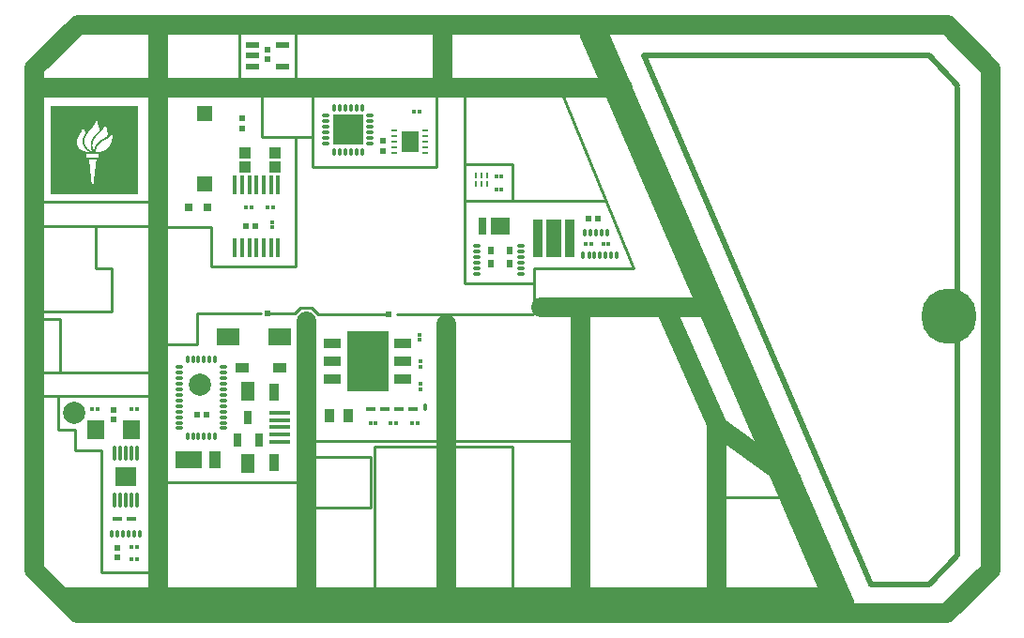
<source format=gtl>
G04 Layer: TopLayer*
G04 EasyEDA Pro v2.1.49.1, 2024-02-28 13:49:17*
G04 Gerber Generator version 0.3*
G04 Scale: 100 percent, Rotated: No, Reflected: No*
G04 Dimensions in millimeters*
G04 Leading zeros omitted, absolute positions, 3 integers and 5 decimals*
%FSLAX35Y35*%
%MOMM*%
%AMOval*1,1,$1,$2,$3*1,1,$1,$4,$5*20,1,$1,$2,$3,$4,$5,0*%
%ADD10C,1.75*%
%ADD11C,2.5*%
%ADD12C,0.5*%
%ADD13C,0.254*%
%ADD14C,0.245*%
%ADD15C,2.0*%
%ADD16C,5.0032*%
%ADD17C,4.99999*%
%ADD18Oval,0.28001X0.25999X0.0X-0.25999X0.0*%
%ADD19Oval,0.28001X0.0X-0.25999X0.0X0.25999*%
%ADD20O,0.28001X0.8*%
%ADD21O,0.8X0.28001*%
%ADD22R,0.56566X0.54*%
%ADD23R,0.54X0.56566*%
%ADD24R,0.30312X0.324*%
%ADD25R,1.4X1.4*%
%ADD26R,0.324X0.30312*%
%ADD27R,2.69999X2.69999*%
%ADD28R,1.48501X1.72799*%
%ADD29R,0.56566X0.54*%
%ADD30R,0.8X0.8*%
%ADD31R,0.4X1.7*%
%ADD32R,1.1X1.0*%
%ADD33R,0.62499X0.28001*%
%ADD34R,1.65001X1.95001*%
%ADD35R,1.9X1.7*%
%ADD36O,0.28001X1.48549*%
%ADD37R,0.25001X0.55001*%
%ADD38R,0.25001X0.55001*%
%ADD39R,1.55001X0.95001*%
%ADD40R,3.69999X5.41*%
%ADD41R,1.85001X0.4*%
%ADD42R,0.9X1.62499*%
%ADD43R,1.3X1.71501*%
%ADD44R,2.04638X1.62001*%
%ADD45R,1.2X0.95001*%
%ADD46R,0.5X0.6*%
%ADD47R,1.04999X1.5*%
%ADD48R,2.4X1.5*%
%ADD49R,0.7X1.25001*%
%ADD50R,0.93X0.35999*%
%ADD51R,0.9X1.3*%
%ADD52R,0.6X0.75001*%
%ADD53R,0.9X3.45001*%
%ADD54R,1.35001X3.45001*%
%ADD55R,1.75001X1.55001*%
%ADD56R,0.65001X1.55001*%
%ADD57R,1.2X0.5*%
%ADD58R,1.2X0.5*%
%ADD59C,0.6096*%
G75*


G04 Image Start*
G36*
G01X863600Y6477000D02*
G01X863600Y6145022D01*
G01X1096823D01*
G01Y6159703D01*
G01X1097128Y6162396D01*
G01X1097432Y6165037D01*
G01X1098042Y6169000D01*
G01X1098347Y6170574D01*
G01X1098601Y6172098D01*
G01X1098855Y6173267D01*
G01X1099109Y6174384D01*
G01X1100328Y6179464D01*
G01X1101141Y6182309D01*
G01X1102004Y6185103D01*
G01X1103020Y6187948D01*
G01X1103986Y6190336D01*
G01X1104900Y6192723D01*
G01X1106018Y6195162D01*
G01X1107084Y6197549D01*
G01X1108405Y6200089D01*
G01X1109320Y6201766D01*
G01X1110234Y6203493D01*
G01X1112774Y6207658D01*
G01X1113231Y6208522D01*
G01X1113739Y6209386D01*
G01X1115263Y6211926D01*
G01X1116736Y6214466D01*
G01X1117244Y6215380D01*
G01X1117803Y6216345D01*
G01X1118362Y6217361D01*
G01X1118972Y6218428D01*
G01X1120394Y6220968D01*
G01X1121461Y6222797D01*
G01X1122528Y6224676D01*
G01X1123340Y6226200D01*
G01X1124204Y6227775D01*
G01X1125271Y6229756D01*
G01X1126388Y6231738D01*
G01X1127862Y6234532D01*
G01X1129386Y6237376D01*
G01X1133551Y6245860D01*
G01X1137768Y6254293D01*
G01X1138784Y6256528D01*
G01X1139800Y6258712D01*
G01Y6258966D01*
G01X1140511Y6260440D01*
G01X1141171Y6261913D01*
G01X1142289Y6264453D01*
G01X1143762Y6268161D01*
G01X1145235Y6271819D01*
G01X1145743Y6273394D01*
G01X1146251Y6274918D01*
G01X1146658Y6276035D01*
G01X1147064Y6277204D01*
G01X1147674Y6279185D01*
G01X1148232Y6281115D01*
G01X1148537Y6282284D01*
G01X1148791Y6283401D01*
G01X1149401Y6285636D01*
G01X1149756Y6288989D01*
G01X1150112Y6292291D01*
G01X1150722D01*
G01X1152754Y6290158D01*
G01X1155497Y6285382D01*
G01X1158240Y6279845D01*
G01X1160932Y6274359D01*
G01X1161542Y6273038D01*
G01X1162101Y6271666D01*
G01X1162710Y6270396D01*
G01X1163269Y6269126D01*
G01X1163828Y6267907D01*
G01X1164336Y6266688D01*
G01X1165555Y6263640D01*
G01X1165911Y6262776D01*
G01X1166317Y6261913D01*
G01X1166876Y6260592D01*
G01X1167486Y6259271D01*
G01Y6258662D01*
G01X1167740Y6258204D01*
G01X1167994Y6257696D01*
G01X1169518Y6253734D01*
G01X1170330Y6251194D01*
G01X1170838Y6250076D01*
G01X1171092Y6249213D01*
G01X1171397Y6248400D01*
G01X1172616Y6244133D01*
G01X1172921Y6243269D01*
G01X1173175Y6242456D01*
G01X1173480Y6235649D01*
G01X1173124Y6234938D01*
G01X1172769Y6234278D01*
G01X1168603Y6227877D01*
G01Y6227572D01*
G01X1167790Y6226353D01*
G01X1166927Y6225134D01*
G01Y6224829D01*
G01X1165555Y6222492D01*
G01X1164234Y6220155D01*
G01X1162355Y6216345D01*
G01X1160475Y6212484D01*
G01X1159916Y6211214D01*
G01X1159307Y6209944D01*
G01X1158748Y6208370D01*
G01X1158138Y6206846D01*
G01X1157732Y6206033D01*
G01X1157376Y6205169D01*
G01X1156767Y6203544D01*
G01X1156208Y6201918D01*
G01X1155649Y6200445D01*
G01X1155141Y6198972D01*
G01X1154227Y6196127D01*
G01X1153363Y6193282D01*
G01X1152449Y6189929D01*
G01X1152246Y6188913D01*
G01X1151992Y6187948D01*
G01X1151382Y6185103D01*
G01X1151128Y6183630D01*
G01X1150823Y6182157D01*
G01X1150214Y6178906D01*
G01X1149960Y6176772D01*
G01X1149706Y6174689D01*
G01X1149401Y6170879D01*
G01X1149147Y6167120D01*
G01X1149045Y6159703D01*
G01X1149248Y6156706D01*
G01Y6156604D01*
G01X1164539D01*
G01Y6171540D01*
G01X1164895Y6173470D01*
G01X1165200Y6175350D01*
G01X1165504Y6177432D01*
G01X1165860Y6179464D01*
G01X1166063Y6180582D01*
G01X1166317Y6181700D01*
G01X1166927Y6184290D01*
G01X1167536Y6186830D01*
G01X1167740Y6187491D01*
G01X1167994Y6188202D01*
G01X1168603Y6190336D01*
G01X1169264Y6192469D01*
G01X1169467Y6193028D01*
G01X1169721Y6193587D01*
G01X1170534Y6196127D01*
G01X1171702Y6199073D01*
G01X1172921Y6202070D01*
G01X1173328Y6203036D01*
G01X1173785Y6204052D01*
G01X1176274Y6209132D01*
G01X1178763Y6214262D01*
G01X1180389Y6217056D01*
G01X1181964Y6219850D01*
G01X1183183Y6221832D01*
G01X1184351Y6223813D01*
G01X1186790Y6227775D01*
G01X1188212Y6229858D01*
G01X1189634Y6231992D01*
G01X1191311Y6234379D01*
G01X1193038Y6236818D01*
G01X1195832Y6240628D01*
G01X1198677Y6244438D01*
G01X1202639Y6249365D01*
G01X1206551Y6254293D01*
G01X1206754Y6254445D01*
G01X1206906Y6254598D01*
G01X1208430Y6256426D01*
G01X1210005Y6258255D01*
G01X1210259Y6258560D01*
G01X1210564Y6258865D01*
G01X1212952Y6261811D01*
G01X1215339Y6264707D01*
G01X1220013Y6270244D01*
G01X1224636Y6275781D01*
G01X1224839Y6275934D01*
G01X1224991Y6276035D01*
G01X1226210Y6277610D01*
G01X1227480Y6279185D01*
G01X1227633Y6279286D01*
G01X1227785Y6279439D01*
G01X1229055Y6281014D01*
G01X1230325Y6282538D01*
G01X1230630Y6282842D01*
G01X1231900Y6284366D01*
G01X1233170Y6285941D01*
G01X1233475Y6286246D01*
G01X1235405Y6288786D01*
G01X1235558Y6288888D01*
G01X1235710Y6289040D01*
G01X1239368Y6293612D01*
G01X1240079Y6294577D01*
G01X1240790Y6295492D01*
G01X1241349Y6296203D01*
G01X1241958Y6296965D01*
G01X1245057Y6301029D01*
G01X1248156Y6305144D01*
G01X1253846Y6313068D01*
G01X1256386Y6316929D01*
G01X1258976Y6320790D01*
G01Y6321146D01*
G01X1261212Y6324397D01*
G01X1261821Y6325413D01*
G01X1262380Y6326480D01*
G01X1262939Y6327445D01*
G01X1263498Y6328461D01*
G01X1264107Y6329528D01*
G01X1264717Y6330544D01*
G01X1266901Y6334811D01*
G01X1269035Y6339027D01*
G01X1270406Y6342431D01*
G01X1271778Y6345784D01*
G01X1272134Y6346952D01*
G01X1272489Y6348070D01*
G01X1273200Y6350610D01*
G01X1273302Y6350813D01*
G01X1273454Y6351016D01*
G01X1275588D01*
G01X1276045Y6350559D01*
G01X1276452Y6350051D01*
G01X1277925Y6346952D01*
G01X1279347Y6343853D01*
G01X1279957Y6342431D01*
G01X1280211Y6341872D01*
G01X1280414Y6341313D01*
G01X1281938Y6337351D01*
G01X1282751Y6335065D01*
G01X1283614Y6332830D01*
G01X1287577Y6320942D01*
G01X1287831Y6320130D01*
G01X1288034Y6319266D01*
G01X1289253Y6315304D01*
G01X1289761Y6313475D01*
G01X1290371Y6311341D01*
G01X1290625Y6310528D01*
G01X1290879Y6309665D01*
G01X1291438Y6307531D01*
G01X1291996Y6305448D01*
G01X1294028Y6297219D01*
G01X1294587Y6294984D01*
G01X1295146Y6292698D01*
G01X1295603Y6290462D01*
G01X1296568Y6285636D01*
G01X1296822Y6284112D01*
G01X1297076Y6282538D01*
G01X1297432Y6280861D01*
G01X1297737Y6279185D01*
G01X1297991Y6277305D01*
G01X1298194Y6275476D01*
G01X1298550Y6273089D01*
G01X1298854Y6270701D01*
G01X1299362Y6264199D01*
G01X1299566Y6261202D01*
G01X1299718Y6258204D01*
G01X1299362Y6257138D01*
G01X1299058Y6256020D01*
G01X1297991Y6254902D01*
G01X1296975Y6253836D01*
G01X1294181Y6251550D01*
G01X1291336Y6249264D01*
G01X1291184Y6249111D01*
G01X1291031Y6248908D01*
G01X1285037Y6244031D01*
G01X1284630Y6243676D01*
G01X1284275Y6243269D01*
G01X1282446Y6241745D01*
G01X1280617Y6240170D01*
G01X1277772Y6237630D01*
G01X1275791Y6235802D01*
G01X1273861Y6233973D01*
G01X1264717Y6224829D01*
G01X1261364Y6221070D01*
G01X1257960Y6217310D01*
G01X1255217Y6213907D01*
G01X1252474Y6210554D01*
G01X1252118Y6210097D01*
G01X1251814Y6209690D01*
G01X1250544Y6207963D01*
G01X1249274Y6206287D01*
G01X1248562Y6205322D01*
G01X1247800Y6204306D01*
G01X1244346Y6199175D01*
G01X1240942Y6194044D01*
G01Y6193688D01*
G01X1239215Y6191250D01*
G01Y6190844D01*
G01X1238707Y6190082D01*
G01X1238199Y6189370D01*
G01X1235862Y6185103D01*
G01X1234745Y6182868D01*
G01X1233627Y6180582D01*
G01X1232459Y6178144D01*
G01X1231341Y6175654D01*
G01Y6175400D01*
G01X1230478Y6173521D01*
G01X1229614Y6171692D01*
G01Y6171133D01*
G01X1229360Y6170625D01*
G01X1229106Y6170168D01*
G01X1228496Y6168746D01*
G01X1225855Y6160821D01*
G01X1225652Y6159957D01*
G01X1225448Y6159144D01*
G01X1224839Y6156858D01*
G01X1224229Y6154623D01*
G01X1223975Y6153607D01*
G01X1223772Y6152642D01*
G01X1223315Y6150356D01*
G01X1222858Y6148121D01*
G01X1222553Y6146546D01*
G01X1222299Y6145022D01*
G01X1222045Y6143193D01*
G01X1221740Y6141314D01*
G01X1221384Y6138520D01*
G01X1221029Y6135675D01*
G01Y6121095D01*
G01X1237539D01*
G01Y6133592D01*
G01X1237793Y6136335D01*
G01X1238098Y6139078D01*
G01X1238402Y6141314D01*
G01X1238707Y6143600D01*
G01X1238961Y6145174D01*
G01X1239215Y6146698D01*
G01X1239672Y6148984D01*
G01X1240130Y6151220D01*
G01X1240892Y6154420D01*
G01X1241146Y6155436D01*
G01X1241755Y6157570D01*
G01X1242263Y6159398D01*
G01X1243990Y6164478D01*
G01X1244905Y6167018D01*
G01X1245159Y6167628D01*
G01X1245362Y6168187D01*
G01X1245667Y6168898D01*
G01X1245921Y6169558D01*
G01X1246734Y6171286D01*
G01X1247496Y6172962D01*
G01X1247902Y6174080D01*
G01X1248359Y6175197D01*
G01X1249985Y6178296D01*
G01X1251560Y6181446D01*
G01X1252525Y6183122D01*
G01X1253439Y6184849D01*
G01X1255674Y6188507D01*
G01X1256182Y6189421D01*
G01X1256741Y6190336D01*
G01X1259027Y6193790D01*
G01X1261364Y6197244D01*
G01X1263752Y6200445D01*
G01X1266088Y6203645D01*
G01X1268781Y6206947D01*
G01X1271524Y6210249D01*
G01X1273505Y6212484D01*
G01X1275486Y6214770D01*
G01X1277366Y6216752D01*
G01X1279195Y6218733D01*
G01X1287932Y6227470D01*
G01X1293622Y6232855D01*
G01X1296822Y6235802D01*
G01X1300074Y6238799D01*
G01X1304442Y6242964D01*
G01X1305966Y6244082D01*
G01X1307440Y6245149D01*
G01X1307846Y6245504D01*
G01X1308303Y6245860D01*
G01X1309827Y6247079D01*
G01X1311402Y6248349D01*
G01X1315060Y6252058D01*
G01X1318768Y6255715D01*
G01X1320597Y6257849D01*
G01X1322375Y6259932D01*
G01X1322578Y6260084D01*
G01X1322730Y6260236D01*
G01X1324966Y6263081D01*
G01X1327201Y6265875D01*
G01X1328369Y6267450D01*
G01X1329487Y6268974D01*
G01X1332332Y6272936D01*
G01X1339240Y6283300D01*
G01X1339748Y6284163D01*
G01X1340256Y6285078D01*
G01X1341730Y6287465D01*
G01X1343152Y6289802D01*
G01Y6290107D01*
G01X1343660Y6290818D01*
G01X1344219Y6291580D01*
G01X1345032Y6293155D01*
G01X1345895Y6294679D01*
G01X1346505Y6295746D01*
G01X1347064Y6296762D01*
G01X1348486Y6299403D01*
G01X1349858Y6302045D01*
G01X1350874Y6303975D01*
G01X1351890Y6305956D01*
G01X1352245Y6306160D01*
G01X1352601Y6306414D01*
G01X1354176D01*
G01X1354887Y6305702D01*
G01X1355547Y6304991D01*
G01X1356512Y6302959D01*
G01X1357528Y6300927D01*
G01X1359357Y6296660D01*
G01X1360018Y6295238D01*
G01X1361846Y6290462D01*
G01X1362100Y6289904D01*
G01X1362304Y6289345D01*
G01X1362761Y6288075D01*
G01X1363218Y6286856D01*
G01X1364742Y6282284D01*
G01X1366266Y6277762D01*
G01X1366825Y6275781D01*
G01X1367434Y6273800D01*
G01X1367739Y6272682D01*
G01X1368095Y6271514D01*
G01X1368298Y6270854D01*
G01X1368501Y6270142D01*
G01X1369111Y6267856D01*
G01X1369670Y6265621D01*
G01X1370889Y6260541D01*
G01X1371143Y6259373D01*
G01X1371346Y6258255D01*
G01X1371651Y6256833D01*
G01X1371905Y6255461D01*
G01X1372260Y6253582D01*
G01X1372565Y6251753D01*
G01X1372819Y6250330D01*
G01X1373073Y6248959D01*
G01X1373683Y6243269D01*
G01X1373937Y6241237D01*
G01X1374242Y6239154D01*
G01Y6225794D01*
G01X1373835Y6222797D01*
G01X1373378Y6219850D01*
G01X1373124Y6218276D01*
G01X1372819Y6216752D01*
G01X1372260Y6214567D01*
G01X1371651Y6212332D01*
G01X1371244Y6211164D01*
G01X1370787Y6209944D01*
G01X1369924Y6208217D01*
G01X1369111Y6206490D01*
G01X1365961Y6203340D01*
G01X1364285Y6202172D01*
G01X1362659Y6200953D01*
G01X1360170Y6199429D01*
G01X1357681Y6197956D01*
G01X1345997Y6192063D01*
G01X1334262Y6186221D01*
G01X1328776Y6183274D01*
G01X1327353Y6182411D01*
G01X1325880Y6181598D01*
G01X1325677D01*
G01X1321105Y6178753D01*
G01X1320851D01*
G01X1318819Y6177432D01*
G01X1316736Y6176112D01*
G01X1315212Y6175096D01*
G01X1313637Y6174080D01*
G01X1309675Y6171336D01*
G01X1306982Y6169355D01*
G01X1304341Y6167323D01*
G01X1304036Y6167018D01*
G01X1301496Y6165088D01*
G01X1299515Y6163361D01*
G01X1297534Y6161684D01*
G01X1295857Y6160110D01*
G01X1294181Y6158586D01*
G01X1290879Y6155334D01*
G01X1287628Y6152083D01*
G01X1285088Y6149238D01*
G01X1283564Y6147410D01*
G01X1281989Y6145581D01*
G01X1281633Y6145225D01*
G01X1281278Y6144819D01*
G01X1280516Y6143803D01*
G01X1279754Y6142736D01*
G01X1279601Y6142634D01*
G01X1279449Y6142482D01*
G01X1278331Y6140907D01*
G01X1277163Y6139383D01*
G01X1275232Y6136691D01*
G01X1273353Y6133998D01*
G01X1272591Y6132728D01*
G01X1271880Y6131458D01*
G01X1270864Y6129884D01*
G01X1269797Y6128360D01*
G01X1267866Y6124804D01*
G01X1265885Y6121298D01*
G01X1264158Y6117742D01*
G01X1262431Y6114237D01*
G01X1260704Y6110376D01*
G01Y6110122D01*
G01X1259891Y6108395D01*
G01X1259078Y6106617D01*
G01X1258722Y6105601D01*
G01X1258367Y6104636D01*
G01X1258164Y6104077D01*
G01X1257910Y6103518D01*
G01X1256995Y6100978D01*
G01X1253947Y6091936D01*
G01X1252830Y6087974D01*
G01X1252372Y6086246D01*
G01X1251915Y6084570D01*
G01X1250594Y6079490D01*
G01X1250239Y6077814D01*
G01X1249883Y6076086D01*
G01X1249680Y6075883D01*
G01X1249477Y6075629D01*
G01X1249020Y6076594D01*
G01X1248613Y6077509D01*
G01X1247902Y6079084D01*
G01X1247242Y6080608D01*
G01X1246581Y6082335D01*
G01X1245972Y6084011D01*
G01X1245718Y6084570D01*
G01X1245514Y6085129D01*
G01X1245006Y6086399D01*
G01X1244549Y6087669D01*
G01X1243990Y6089396D01*
G01X1243432Y6091072D01*
G01X1242873Y6092901D01*
G01X1242263Y6094730D01*
G01X1242009Y6095746D01*
G01X1241704Y6096711D01*
G01X1241501Y6097727D01*
G01X1241247Y6098692D01*
G01X1240841Y6100267D01*
G01X1240434Y6101791D01*
G01X1240079Y6103518D01*
G01X1239723Y6105195D01*
G01X1239520Y6106312D01*
G01X1239266Y6107430D01*
G01X1238961Y6109259D01*
G01X1238707Y6111138D01*
G01X1238402Y6113374D01*
G01X1238098Y6115660D01*
G01X1237844Y6118352D01*
G01X1237539Y6121095D01*
G01X1221029D01*
G01Y6116472D01*
G01X1221384Y6113780D01*
G01X1221740Y6111138D01*
G01X1222045Y6109157D01*
G01X1222299Y6107176D01*
G01X1222604Y6105601D01*
G01X1222858Y6104077D01*
G01X1223315Y6101791D01*
G01X1223772Y6099556D01*
G01X1224026Y6098388D01*
G01X1224229Y6097270D01*
G01X1224839Y6095035D01*
G01X1225093Y6094019D01*
G01X1225347Y6093054D01*
G01X1225652Y6092038D01*
G01X1225906Y6091072D01*
G01X1227023Y6087415D01*
G01X1227582Y6085688D01*
G01X1228141Y6084011D01*
G01X1229004Y6081725D01*
G01X1229817Y6079490D01*
G01X1230732Y6077204D01*
G01X1231646Y6074969D01*
G01X1232662Y6072734D01*
G01X1233576Y6070498D01*
G01X1233322Y6070244D01*
G01X1231290Y6071616D01*
G01X1229208Y6072937D01*
G01X1225550Y6075375D01*
G01X1222553Y6077407D01*
G01X1219606Y6079490D01*
G01X1217879Y6080709D01*
G01X1216203Y6081979D01*
G01X1213409Y6084113D01*
G01X1210564Y6086246D01*
G01X1210158Y6086602D01*
G01X1209700Y6086907D01*
G01X1207008Y6089142D01*
G01X1204366Y6091326D01*
G01X1204011Y6091631D01*
G01X1203706Y6091936D01*
G01X1199744Y6095289D01*
G01X1193698Y6101385D01*
G01X1187653Y6107430D01*
G01X1185215Y6110427D01*
G01X1182827Y6113374D01*
G01X1181049Y6115761D01*
G01X1179322Y6118200D01*
G01X1176884Y6121857D01*
G01X1175614Y6123991D01*
G01X1174293Y6126175D01*
G01X1172261Y6130392D01*
G01X1170280Y6134557D01*
G01X1170026Y6135116D01*
G01X1169822Y6135675D01*
G01X1169213Y6137250D01*
G01X1168654Y6138774D01*
G01X1167790Y6141618D01*
G01X1166876Y6144463D01*
G01X1166622Y6145428D01*
G01X1166419Y6146444D01*
G01X1166114Y6147714D01*
G01X1165555Y6150508D01*
G01X1165250Y6152083D01*
G01X1164895Y6154318D01*
G01X1164539Y6156604D01*
G01X1149248D01*
G01X1149452Y6153760D01*
G01X1150264Y6147562D01*
G01X1150772Y6144717D01*
G01X1151077Y6143193D01*
G01X1151382Y6141618D01*
G01X1151941Y6139383D01*
G01X1152550Y6137097D01*
G01X1152804Y6136234D01*
G01X1153008Y6135421D01*
G01X1153770Y6133135D01*
G01X1154532Y6130900D01*
G01X1154786Y6130341D01*
G01X1154989Y6129782D01*
G01X1155954Y6127344D01*
G01X1156868Y6124956D01*
G01X1158850Y6120994D01*
G01X1160780Y6117082D01*
G01X1162456Y6114237D01*
G01X1164184Y6111443D01*
G01X1167028Y6107176D01*
G01X1168756Y6104890D01*
G01X1170432Y6102655D01*
G01X1170889Y6102096D01*
G01X1171296Y6101588D01*
G01X1174140Y6098286D01*
G01X1177036Y6095035D01*
G01X1181202Y6090768D01*
G01X1185164Y6087110D01*
G01X1186282Y6086145D01*
G01X1187399Y6085129D01*
G01X1188974Y6083859D01*
G01X1190498Y6082589D01*
G01X1190803Y6082284D01*
G01X1194359Y6079592D01*
G01X1199693Y6075629D01*
G01X1201522Y6074359D01*
G01X1203198Y6073242D01*
G01X1204925Y6072073D01*
G01X1206906Y6070854D01*
G01X1208888Y6069686D01*
G01X1210513Y6068670D01*
G01X1212190Y6067704D01*
G01X1211783Y6067450D01*
G01X1211428Y6067196D01*
G01X1206449Y6067349D01*
G01X1201522Y6067501D01*
G01X1197153Y6067755D01*
G01X1192784Y6068060D01*
G01X1187094Y6068670D01*
G01X1184859Y6068924D01*
G01X1182624Y6069228D01*
G01X1180744Y6069482D01*
G01X1178916Y6069787D01*
G01X1177239Y6070041D01*
G01X1175563Y6070346D01*
G01X1172718Y6070854D01*
G01X1170584Y6071311D01*
G01X1168502Y6071718D01*
G01X1161694Y6073445D01*
G01X1160780Y6073699D01*
G01X1159866Y6074004D01*
G01X1158951Y6074207D01*
G01X1158037Y6074461D01*
G01X1152957Y6076188D01*
G01X1151687Y6076645D01*
G01X1150417Y6077153D01*
G01X1149756Y6077407D01*
G01X1149147Y6077661D01*
G01X1148486Y6077915D01*
G01X1147877Y6078169D01*
G01X1146861Y6078576D01*
G01X1145896Y6078982D01*
G01X1144473Y6079642D01*
G01X1143051Y6080252D01*
G01X1141070Y6081217D01*
G01X1139088Y6082233D01*
G01X1137006Y6083402D01*
G01X1134872Y6084519D01*
G01X1132738Y6085891D01*
G01X1130656Y6087212D01*
G01X1128928Y6088431D01*
G01X1127252Y6089650D01*
G01X1122985Y6093003D01*
G01X1120394Y6095390D01*
G01X1117752Y6097778D01*
G01X1115314Y6100623D01*
G01X1112825Y6103518D01*
G01X1111098Y6105754D01*
G01X1109624Y6107989D01*
G01X1108100Y6110224D01*
G01X1105459Y6114796D01*
G01X1104392Y6116980D01*
G01X1103376Y6119216D01*
G01X1102512Y6121349D01*
G01X1101649Y6123534D01*
G01X1100684Y6126378D01*
G01X1099769Y6129172D01*
G01X1099210Y6131611D01*
G01X1098601Y6133998D01*
G01X1098347Y6135421D01*
G01X1098042Y6136843D01*
G01X1097737Y6138672D01*
G01X1097483Y6140501D01*
G01X1097128Y6142736D01*
G01X1096823Y6145022D01*
G01X863600D01*
G01Y6064656D01*
G01X1265428D01*
G01X1265631Y6067146D01*
G01X1265834Y6069584D01*
G01X1266241Y6072581D01*
G01X1266647Y6075528D01*
G01X1266850Y6076645D01*
G01X1267206Y6078372D01*
G01X1267511Y6080049D01*
G01X1267816Y6081319D01*
G01X1268070Y6082589D01*
G01X1268578Y6084722D01*
G01X1268882Y6085789D01*
G01X1269136Y6086805D01*
G01X1270356Y6091072D01*
G01X1270914Y6092749D01*
G01X1271473Y6094476D01*
G01X1271727Y6095035D01*
G01X1271930Y6095594D01*
G01X1272642Y6097829D01*
G01X1272896Y6098134D01*
G01X1273099Y6098388D01*
G01Y6099099D01*
G01X1273708Y6100470D01*
G01X1274318Y6101791D01*
G01X1275029Y6103518D01*
G01X1275639Y6104890D01*
G01X1276248Y6106312D01*
G01X1279601Y6113120D01*
G01X1280566Y6114796D01*
G01X1281481Y6116472D01*
G01X1283259Y6119470D01*
G01X1285037Y6122416D01*
G01X1286205Y6124092D01*
G01X1287323Y6125820D01*
G01X1290168Y6129782D01*
G01X1291336Y6131306D01*
G01X1292454Y6132830D01*
G01X1292911Y6133440D01*
G01X1293419Y6133998D01*
G01X1295756Y6136843D01*
G01X1298092Y6139637D01*
G01X1299769Y6141466D01*
G01X1301496Y6143295D01*
G01X1303884Y6145733D01*
G01X1306322Y6148121D01*
G01X1308710Y6150305D01*
G01X1311097Y6152439D01*
G01X1313383Y6154318D01*
G01X1315618Y6156198D01*
G01X1318158Y6158128D01*
G01X1320698Y6160008D01*
G01X1322680Y6161430D01*
G01X1324661Y6162802D01*
G01X1329436Y6165850D01*
G01X1330401Y6166358D01*
G01X1331316Y6166917D01*
G01X1332281Y6167476D01*
G01X1333297Y6168034D01*
G01X1334313Y6168644D01*
G01X1335380Y6169254D01*
G01X1338377Y6170727D01*
G01X1341323Y6172200D01*
G01X1342441Y6172657D01*
G01X1343558Y6173165D01*
G01X1344168Y6173368D01*
G01X1344727Y6173622D01*
G01X1345844Y6174080D01*
G01X1346962Y6174588D01*
G01X1348791Y6175451D01*
G01X1350620Y6176264D01*
G01X1353464Y6177636D01*
G01X1356309Y6179058D01*
G01X1358951Y6180480D01*
G01X1361643Y6181903D01*
G01X1362253Y6182309D01*
G01X1362913Y6182716D01*
G01X1363828Y6183224D01*
G01X1364742Y6183782D01*
G01X1366723Y6185002D01*
G01X1368704Y6186170D01*
G01X1374496Y6190031D01*
G01X1377290Y6192164D01*
G01X1380084Y6194247D01*
G01X1382725Y6196432D01*
G01X1385367Y6198667D01*
G01X1386484Y6199632D01*
G01X1387653Y6200648D01*
G01X1392326Y6205322D01*
G01X1397000Y6209944D01*
G01X1397965Y6211113D01*
G01X1398981Y6212230D01*
G01X1401064Y6214770D01*
G01X1403198Y6217361D01*
G01X1403858Y6218276D01*
G01X1404569Y6219241D01*
G01X1405179Y6219952D01*
G01X1405788Y6220714D01*
G01X1408633Y6224930D01*
G01X1411427Y6229198D01*
G01X1412342Y6230722D01*
G01X1413256Y6232296D01*
G01X1413815Y6233262D01*
G01X1414374Y6234278D01*
G01X1416050Y6237427D01*
G01X1417726Y6240628D01*
G01Y6241339D01*
G01X1418133Y6241948D01*
G01X1418590Y6242609D01*
G01X1419403D01*
G01X1419860Y6241847D01*
G01X1420368Y6241136D01*
G01X1419962Y6223254D01*
G01X1419708Y6219698D01*
G01X1419403Y6216193D01*
G01X1419098Y6212637D01*
G01X1418844Y6209132D01*
G01X1418539Y6206744D01*
G01X1418285Y6204306D01*
G01X1417676Y6199530D01*
G01X1417422Y6197803D01*
G01X1417168Y6196127D01*
G01X1416863Y6193993D01*
G01X1416558Y6191910D01*
G01X1416050Y6189370D01*
G01X1415745Y6187491D01*
G01X1415440Y6185662D01*
G01X1415136Y6184290D01*
G01X1414882Y6182868D01*
G01X1414272Y6180328D01*
G01X1414018Y6179160D01*
G01X1413764Y6178042D01*
G01X1412799Y6173978D01*
G01X1411783Y6169863D01*
G01X1410919Y6166917D01*
G01X1410056Y6163920D01*
G01X1409802Y6163107D01*
G01X1409598Y6162243D01*
G01X1408176Y6157976D01*
G01X1406754Y6153760D01*
G01X1406296Y6152490D01*
G01X1405788Y6151220D01*
G01X1405382Y6150102D01*
G01X1405026Y6149340D01*
G01X1404722Y6148527D01*
G01X1404468Y6147918D01*
G01X1404214Y6147257D01*
G01X1403604Y6145936D01*
G01X1403045Y6144616D01*
G01Y6144311D01*
G01X1402283Y6142685D01*
G01X1401572Y6141060D01*
G01X1397102Y6132017D01*
G01X1396136Y6130341D01*
G01X1395222Y6128614D01*
G01X1391666Y6122721D01*
G01X1388821Y6118454D01*
G01X1387551Y6116777D01*
G01X1386332Y6115050D01*
G01X1385113Y6113424D01*
G01X1381455Y6108852D01*
G01X1381303Y6108700D01*
G01X1381150Y6108598D01*
G01X1379017Y6106160D01*
G01X1376883Y6103772D01*
G01X1371803Y6098692D01*
G01X1367028Y6094425D01*
G01X1364336Y6092342D01*
G01X1361643Y6090209D01*
G01X1360221Y6089193D01*
G01X1358849Y6088228D01*
G01X1357427Y6087212D01*
G01X1356004Y6086246D01*
G01X1353769Y6084824D01*
G01X1351483Y6083452D01*
G01X1350924Y6083148D01*
G01X1350366Y6082792D01*
G01X1346708Y6080760D01*
G01X1339901Y6077407D01*
G01X1337361Y6076290D01*
G01X1335126Y6075375D01*
G01X1332840Y6074461D01*
G01X1330604Y6073648D01*
G01X1328318Y6072835D01*
G01X1327201Y6072429D01*
G01X1326083Y6072073D01*
G01X1323950Y6071464D01*
G01X1321816Y6070803D01*
G01X1321105Y6070600D01*
G01X1320444Y6070397D01*
G01X1317904Y6069686D01*
G01X1316888Y6069432D01*
G01X1315923Y6069228D01*
G01X1314501Y6068873D01*
G01X1313078Y6068568D01*
G01X1311808Y6068314D01*
G01X1310538Y6068009D01*
G01X1309421Y6067755D01*
G01X1308252Y6067501D01*
G01X1307287Y6067400D01*
G01X1306322Y6067247D01*
G01X1300937Y6066333D01*
G01X1297280Y6065825D01*
G01X1294181Y6065520D01*
G01X1291031Y6065215D01*
G01X1287780Y6064961D01*
G01X1284529Y6064656D01*
G01X1265428D01*
G01X863600D01*
G01Y6014974D01*
G01X1183894D01*
G01Y6048451D01*
G01X1184046Y6048654D01*
G01X1184250Y6048858D01*
G01X1296822D01*
G01X1296721Y6014822D01*
G01X1240942Y6014720D01*
G01X1185164Y6014669D01*
G01X1184504Y6014822D01*
G01X1183894Y6014974D01*
G01X863600D01*
G01Y5998413D01*
G01X1207567D01*
G01X1208075Y5998769D01*
G01X1208532Y5999124D01*
G01X1240739Y5999074D01*
G01X1272997Y5998972D01*
G01X1272946Y5997448D01*
G01Y5995873D01*
G01X1272591Y5993232D01*
G01X1272235Y5990539D01*
G01X1271981Y5988101D01*
G01X1271676Y5985713D01*
G01X1271422Y5983580D01*
G01X1271168Y5981497D01*
G01X1270559Y5976518D01*
G01X1270254Y5974080D01*
G01X1270000Y5971591D01*
G01X1269695Y5969508D01*
G01X1269441Y5967374D01*
G01X1269187Y5964834D01*
G01X1268882Y5962294D01*
G01X1268628Y5960161D01*
G01X1268324Y5958027D01*
G01X1268070Y5955589D01*
G01X1267460Y5950610D01*
G01X1267155Y5948172D01*
G01X1266647Y5943905D01*
G01X1266038Y5938825D01*
G01X1265784Y5936742D01*
G01X1265530Y5934608D01*
G01X1264920Y5929528D01*
G01X1264412Y5925261D01*
G01X1264107Y5922823D01*
G01X1263498Y5917844D01*
G01X1263193Y5915406D01*
G01X1262685Y5911139D01*
G01X1262380Y5908700D01*
G01X1262126Y5906211D01*
G01X1261821Y5903773D01*
G01X1261516Y5901284D01*
G01X1261008Y5897016D01*
G01X1260704Y5894578D01*
G01X1260399Y5892089D01*
G01X1260094Y5889650D01*
G01X1259789Y5887161D01*
G01X1259535Y5885028D01*
G01X1259281Y5882945D01*
G01X1258976Y5880354D01*
G01X1258672Y5877814D01*
G01X1258418Y5875731D01*
G01X1258164Y5873598D01*
G01X1257859Y5871108D01*
G01X1257605Y5868670D01*
G01X1256995Y5863692D01*
G01X1256741Y5861609D01*
G01X1256487Y5859475D01*
G01X1256182Y5856935D01*
G01X1255827Y5854395D01*
G01X1255624Y5852262D01*
G01X1255370Y5850179D01*
G01X1254760Y5845200D01*
G01X1254455Y5842762D01*
G01X1254150Y5840273D01*
G01X1253896Y5838139D01*
G01X1253642Y5836056D01*
G01X1253033Y5830976D01*
G01X1252525Y5826709D01*
G01X1252220Y5824271D01*
G01X1251610Y5819292D01*
G01X1251356Y5816854D01*
G01X1251102Y5814720D01*
G01X1250798Y5812587D01*
G01X1250188Y5807507D01*
G01X1249934Y5805373D01*
G01X1249731Y5803290D01*
G01X1249121Y5798312D01*
G01X1248816Y5795874D01*
G01X1248512Y5793384D01*
G01X1248258Y5791251D01*
G01X1248004Y5789168D01*
G01X1247394Y5784088D01*
G01X1247242Y5782412D01*
G01X1247038Y5780786D01*
G01X1245311Y5778144D01*
G01X1244143Y5777433D01*
G01X1243025Y5776671D01*
G01X1241857Y5776366D01*
G01X1240688Y5776011D01*
G01X1237336D01*
G01X1235405Y5776620D01*
G01X1234694Y5776925D01*
G01X1233983Y5777281D01*
G01X1232154Y5778602D01*
G01X1231798Y5779364D01*
G01X1231392Y5780126D01*
G01X1231087Y5782920D01*
G01X1230732Y5785764D01*
G01X1230478Y5788152D01*
G01X1230224Y5790590D01*
G01X1229919Y5793384D01*
G01X1229614Y5796229D01*
G01X1229106Y5801004D01*
G01X1228750Y5804002D01*
G01X1228446Y5806948D01*
G01X1228192Y5809082D01*
G01X1227938Y5811164D01*
G01X1227633Y5814314D01*
G01X1227328Y5817413D01*
G01X1227074Y5819496D01*
G01X1226820Y5821629D01*
G01X1226515Y5824576D01*
G01X1226210Y5827573D01*
G01X1225956Y5830011D01*
G01X1225652Y5832500D01*
G01X1225398Y5834990D01*
G01X1225144Y5837428D01*
G01X1224534Y5843118D01*
G01X1224280Y5845505D01*
G01X1223975Y5847893D01*
G01X1223670Y5850839D01*
G01X1223366Y5853836D01*
G01X1223112Y5855970D01*
G01X1222858Y5858053D01*
G01X1222553Y5861152D01*
G01X1222248Y5864301D01*
G01X1221994Y5866384D01*
G01X1221740Y5868518D01*
G01X1221130Y5874715D01*
G01X1220622Y5878982D01*
G01X1220013Y5884875D01*
G01X1219759Y5887314D01*
G01X1219454Y5889701D01*
G01X1219200Y5892241D01*
G01X1218895Y5894781D01*
G01X1218590Y5897728D01*
G01X1218286Y5900725D01*
G01X1218032Y5902808D01*
G01X1217778Y5904941D01*
G01X1217168Y5911139D01*
G01X1216660Y5915406D01*
G01X1216050Y5921604D01*
G01X1215542Y5925871D01*
G01X1214933Y5931764D01*
G01X1214628Y5934202D01*
G01X1214374Y5936590D01*
G01X1214120Y5939130D01*
G01X1213815Y5941670D01*
G01X1213510Y5944616D01*
G01X1213206Y5947613D01*
G01X1212952Y5949696D01*
G01X1212698Y5951830D01*
G01X1212088Y5958027D01*
G01X1211580Y5962294D01*
G01X1210970Y5968492D01*
G01X1210716Y5970626D01*
G01X1210462Y5972708D01*
G01X1210158Y5975706D01*
G01X1209853Y5978652D01*
G01X1209243Y5983732D01*
G01X1208989Y5986170D01*
G01X1208735Y5988558D01*
G01X1208430Y5991504D01*
G01X1208126Y5994502D01*
G01X1207872Y5996432D01*
G01X1207567Y5998413D01*
G01X863600D01*
G01Y5689041D01*
G01X1651000D01*
G01Y6477000D01*
G37*
G04 Image End*
G04 Image End*

G04 PolygonModel Start*
G54D10*
G01X978303Y2054606D02*
G01X6861534Y2054606D01*
G01Y3618472D01*
G01X6397244Y4670806D01*
G01X5278665D01*
G01X4423676Y2044026D02*
G01X4423676Y4518771D01*
G01X3162575Y4545239D02*
G01X3162575Y2070494D01*
G01X5638800Y2153528D02*
G01X5638800Y4628272D01*
G01X1828800Y2102728D02*
G01X1828800Y7159346D01*
G01X6017872Y6649328D02*
G01X750018Y6649328D01*
G01X7993035Y2054606D02*
G01X6861534Y2054606D01*
G54D11*
G01X7993035Y1968338D02*
G01X5753100Y7150100D01*
G54D12*
G01X6210789Y6934200D02*
G01X8788400Y6934200D01*
G54D10*
G01X7543800Y3111500D02*
G01X6870211Y3594100D01*
G54D12*
G01X8267344Y2159000D02*
G01X8781507Y2159000D01*
G01X9029700Y2416034D01*
G54D10*
G01X6825876Y4670806D02*
G01X6397244Y4670806D01*
G54D13*
G01X8940292Y1906524D02*
G01X8941308Y1907540D01*
G54D10*
G01X8944638Y7213585D02*
G01X9334500Y6819900D01*
G54D13*
G01X1104900Y7213092D02*
G01X8944638Y7213077D01*
G54D10*
G01X711200Y2300478D02*
G01X711200Y6819900D01*
G01Y6824558D01*
G01X1104885Y7214420D01*
G01X1104900Y7213600D01*
G01X8944638Y7213585D01*
G01X711200Y2299970D02*
G01X1099566Y1907794D01*
G01X1101090Y1906270D01*
G01X1096010Y1905000D01*
G01X8936990D01*
G01X8941308Y1907540D02*
G01X9334500Y2298700D01*
G01Y6819900D01*
G54D12*
G01X8259735Y2158838D02*
G01X6210789Y6934200D01*
G01X8788400Y6934200D02*
G01X9042400Y6668404D01*
G01X9042400Y6643004D02*
G01X9042400Y2428734D01*
G54D14*
G01X6121400Y5016500D02*
G01X5465227Y6604081D01*
G54D10*
G01X4394200Y6660267D02*
G01X4394200Y7205585D01*
G04 PolygonModel End*

G04 Pad Start*
G54D15*
G01X2208306Y3962400D03*
G54D17*
G01X8966200Y4584700D03*
G54D18*
G01X5105400Y5165700D03*
G01X5105400Y5115687D03*
G01X5105400Y5215687D03*
G01X5105400Y5065700D03*
G01X4705401Y5215687D03*
G01X4705401Y5165700D03*
G01X4705401Y5115687D03*
G01X4705401Y5065700D03*
G01X5105400Y5015687D03*
G01X5105400Y4965700D03*
G01X4705401Y5015687D03*
G01X4705401Y4965700D03*
G54D19*
G01X5966993Y5130800D03*
G01X5917006Y5130800D03*
G01X5866994Y5130800D03*
G01X5766994Y5130800D03*
G01X5817006Y5130800D03*
G01X5717007Y5130800D03*
G01X5662193Y5130800D03*
G01X5878906Y5334000D03*
G01X5828894Y5334000D03*
G01X5728894Y5334000D03*
G01X5778906Y5334000D03*
G01X5678907Y5334000D03*
G54D20*
G01X2094306Y3497707D03*
G01X2194306Y3497707D03*
G01X2144293Y3497707D03*
G01X2244293Y3497707D03*
G54D21*
G01X2019300Y3572713D03*
G01X2019300Y3622700D03*
G01X2019300Y3672713D03*
G01X2019300Y3722700D03*
G01X2019300Y3772713D03*
G01X2019300Y3822700D03*
G54D20*
G01X2294306Y3497707D03*
G54D19*
G01X2344293Y4198493D03*
G54D18*
G01X2419299Y4073500D03*
G01X2419299Y4023487D03*
G01X2419299Y4123487D03*
G01X2419299Y3973500D03*
G54D19*
G01X2294306Y4198493D03*
G01X2244293Y4198493D03*
G01X2144293Y4198493D03*
G01X2194306Y4198493D03*
G01X2094306Y4198493D03*
G54D18*
G01X2019300Y4123487D03*
G01X2019300Y4073500D03*
G01X2019300Y4023487D03*
G01X2019300Y3973500D03*
G01X2419299Y3923487D03*
G01X2419299Y3873500D03*
G01X2019300Y3923487D03*
G01X2019300Y3873500D03*
G54D20*
G01X2344293Y3497707D03*
G54D21*
G01X2419299Y3572713D03*
G01X2419299Y3622700D03*
G01X2419299Y3672713D03*
G01X2419299Y3722700D03*
G01X2419299Y3772713D03*
G01X2419299Y3822700D03*
G54D15*
G01X1076195Y3715991D03*
G54D20*
G01X1411499Y2617760D03*
G01X1661486Y2617760D03*
G01X1511499Y2617760D03*
G01X1561486Y2617760D03*
G01X1461486Y2617760D03*
G01X1611498Y2617760D03*
G01X4241800Y3759200D03*
G54D22*
G01X2710282Y5397776D03*
G01X2623718Y5397776D03*
G54D23*
G01X2586639Y6367882D03*
G01X2586639Y6281318D03*
G54D24*
G01X4927562Y5727700D03*
G01X4879251Y5727700D03*
G54D25*
G01X2247900Y5776011D03*
G01X2247900Y6415989D03*
G54D24*
G01X4927562Y5842000D03*
G01X4879251Y5842000D03*
G54D26*
G01X2861946Y5434355D03*
G01X2861946Y5386045D03*
G54D24*
G01X2668802Y5562600D03*
G01X2620491Y5562600D03*
G01X2868684Y5562600D03*
G01X2820373Y5562600D03*
G54D20*
G01X3418307Y6068103D03*
G01X3468294Y6068103D03*
G01X3518306Y6068103D03*
G01X3568294Y6068103D03*
G01X3618306Y6068103D03*
G01X3668293Y6068103D03*
G54D21*
G01X3743300Y6143109D03*
G01X3743300Y6193097D03*
G01X3743300Y6243109D03*
G01X3743300Y6293096D03*
G01X3743300Y6343109D03*
G01X3743300Y6393096D03*
G54D20*
G01X3668293Y6468102D03*
G01X3618306Y6468102D03*
G01X3568294Y6468102D03*
G01X3518306Y6468102D03*
G01X3468294Y6468102D03*
G01X3419094Y6468102D03*
G54D21*
G01X3343300Y6393096D03*
G01X3343300Y6343109D03*
G01X3343300Y6293096D03*
G01X3343300Y6243109D03*
G01X3343300Y6193097D03*
G01X3343300Y6143109D03*
G54D27*
G01X3544545Y6268103D03*
G54D24*
G01X4189639Y6426200D03*
G01X4141328Y6426200D03*
G54D23*
G01X3860800Y6164585D03*
G01X3860800Y6078022D03*
G54D28*
G01X1586713Y3558000D03*
G01X1268197Y3558000D03*
G54D24*
G01X3792228Y3619500D03*
G01X3743917Y3619500D03*
G54D26*
G01X4199607Y4177055D03*
G01X4199607Y4128745D03*
G54D29*
G01X5709818Y5467020D03*
G01X5796382Y5467020D03*
G54D26*
G01X4199607Y3973855D03*
G01X4199607Y3925545D03*
G01X4188595Y4418355D03*
G01X4188595Y4370045D03*
G54D23*
G01X1429270Y3736983D03*
G01X1429270Y3650419D03*
G54D30*
G01X2277900Y5562600D03*
G01X2107720Y5562600D03*
G54D31*
G01X2522804Y5206390D03*
G01X2587803Y5206390D03*
G01X2652801Y5206390D03*
G01X2717800Y5206390D03*
G01X2782799Y5206390D03*
G01X2847797Y5206390D03*
G01X2912796Y5206390D03*
G01X2912796Y5766410D03*
G01X2847797Y5766410D03*
G01X2782799Y5766410D03*
G01X2717800Y5766410D03*
G01X2652801Y5766410D03*
G01X2587803Y5766410D03*
G01X2522804Y5766410D03*
G54D32*
G01X2614143Y6059401D03*
G01X2884145Y6059401D03*
G01X2614143Y5929404D03*
G01X2884145Y5929404D03*
G54D33*
G01X3959657Y6259500D03*
G01X3959657Y6209487D03*
G01X3959657Y6159500D03*
G01X3959657Y6109487D03*
G01X3959657Y6059500D03*
G01X4242156Y6059500D03*
G01X4242156Y6109487D03*
G01X4242156Y6159500D03*
G01X4242156Y6209487D03*
G01X4242156Y6259500D03*
G54D34*
G01X4100906Y6159500D03*
G54D35*
G01X1536700Y3136900D03*
G54D36*
G01X1436700Y3344799D03*
G01X1486713Y3344799D03*
G01X1536700Y3344799D03*
G01X1586713Y3344799D03*
G01X1636700Y3344799D03*
G01X1636700Y2929001D03*
G01X1586713Y2929001D03*
G01X1536700Y2929001D03*
G01X1486713Y2929001D03*
G01X1436700Y2929001D03*
G54D37*
G01X4799800Y5854598D03*
G01X4749787Y5854598D03*
G01X4699800Y5854598D03*
G54D38*
G01X4799800Y5778602D03*
G01X4749787Y5778602D03*
G01X4699800Y5778602D03*
G54D39*
G01X3403600Y4339986D03*
G01X3403600Y4179987D03*
G01X3403600Y4019987D03*
G01X4038600Y4019987D03*
G01X4038600Y4179987D03*
G01X4038600Y4339986D03*
G54D40*
G01X3721100Y4179987D03*
G54D41*
G01X2924056Y3711410D03*
G01X2924056Y3646411D03*
G01X2924056Y3581413D03*
G01X2924056Y3516414D03*
G01X2924056Y3451416D03*
G54D42*
G01X2876558Y3900157D03*
G01X2876558Y3262643D03*
G54D43*
G01X2640566Y3905644D03*
G01X2640566Y3257156D03*
G54D44*
G01X2457447Y4394200D03*
G01X2927347Y4394200D03*
G54D45*
G01X2925902Y4114800D03*
G01X2585898Y4114800D03*
G54D46*
G01X2182900Y3695700D03*
G01X2262900Y3695700D03*
G54D47*
G01X2341245Y3289300D03*
G54D48*
G01X2103755Y3289300D03*
G54D49*
G01X2642803Y3668702D03*
G01X2737799Y3468703D03*
G01X2547807Y3468703D03*
G54D50*
G01X3871780Y3746500D03*
G01X3744780Y3746500D03*
G54D51*
G01X3378538Y3683000D03*
G01X3548515Y3683000D03*
G54D50*
G01X4127500Y3746481D03*
G01X4000500Y3746481D03*
G54D24*
G01X3977391Y3619500D03*
G01X3929080Y3619500D03*
G01X4167916Y3619500D03*
G01X4119605Y3619500D03*
G54D52*
G01X4833907Y5061598D03*
G01X4998905Y5061598D03*
G01X4998905Y5174602D03*
G01X4833907Y5174602D03*
G54D24*
G01X1637055Y3746500D03*
G01X1588745Y3746500D03*
G01X1280358Y3748520D03*
G01X1232047Y3748520D03*
G54D53*
G01X5255006Y5283200D03*
G01X5539994Y5283200D03*
G54D54*
G01X5397500Y5283200D03*
G54D55*
G01X4918697Y5397500D03*
G54D56*
G01X4758703Y5397500D03*
G54D24*
G01X5739155Y5232400D03*
G01X5690845Y5232400D03*
G01X5891938Y5232400D03*
G01X5843627Y5232400D03*
G54D57*
G01X2954401Y6839204D03*
G54D58*
G01X2954401Y7029196D03*
G01X2684399Y6839204D03*
G54D57*
G01X2684399Y6934200D03*
G01X2684399Y7029196D03*
G54D23*
G01X2818898Y6987736D03*
G01X2818898Y6901173D03*
G54D50*
G01X1587500Y2755881D03*
G01X1460500Y2755881D03*
G54D23*
G01X1460500Y2494382D03*
G01X1460500Y2407818D03*
G54D24*
G01X1637055Y2501900D03*
G01X1588745Y2501900D03*
G01X1637055Y2390059D03*
G01X1588745Y2390059D03*
G04 Pad End*

G04 Via Start*
G54D59*
G01X3911600Y4597400D03*
G01X2819400Y4610100D03*
G01X2108200Y5562600D03*
G01X2286000Y5562600D03*
G04 Via End*

G04 Track Start*
G54D13*
G01X7823200Y2032000D02*
G01X7861300Y1993900D01*
G01X3060700Y4610100D02*
G01X2819400Y4610100D01*
G01X3911600Y4597400D02*
G01X3276600Y4597400D01*
G01X3213100Y4660900D01*
G01X3111500D01*
G01X3060700Y4610100D01*
G01X1905000Y5384800D02*
G01X2311400Y5384800D01*
G01X2311400Y5029200D02*
G01X2311400Y5379600D01*
G01X2311400Y5029200D02*
G01X3073400Y5029200D01*
G01X2184400Y4333300D02*
G01X2184400Y4610100D01*
G01X2181800Y4330700D02*
G01X2184400Y4333300D01*
G01X2184400Y4610100D02*
G01X2755900Y4610100D01*
G01X3073400Y5031800D02*
G01X3073400Y6197600D01*
G01X3225800Y5930900D02*
G01X4343400Y5930900D01*
G01X4598081Y4876800D02*
G01X5219700Y4876800D01*
G01X1905000Y4330700D02*
G01X2181800Y4330700D01*
G01X3987800Y4597400D02*
G01X5207000Y4597400D01*
G01X5219700Y4610100D01*
G01X4597400Y6591300D02*
G01X4597400Y4876800D01*
G01X4343400Y5937900D02*
G01X4343400Y6565900D01*
G01X749300Y5397500D02*
G01X1790700Y5397500D01*
G01X723900Y5613400D02*
G01X1765300Y5613400D01*
G01X723900Y3860800D02*
G01X1765300Y3860800D01*
G01X6877391Y2946400D02*
G01X7499009Y2946400D01*
G01X1917700Y3086100D02*
G01X3098800Y3086100D01*
G01X3213100Y3454400D02*
G01X4368800Y3454400D01*
G01X4470400Y3454400D02*
G01X5562600Y3454400D01*
G01X5219700Y5016500D02*
G01X6121400Y5016500D01*
G01X4610100Y5956300D02*
G01X5029200Y5956300D01*
G01X5029200Y5626100D02*
G01X5029200Y5956300D01*
G01X4610100Y5626100D02*
G01X5029200Y5626100D01*
G01X5854700D01*
G01X5219700Y4876800D02*
G01X5219700Y5016500D01*
G01X5219700Y4610100D02*
G01X5219700Y4876800D01*
G01X2565400Y6718300D02*
G01X2565400Y7143100D01*
G01X3073400Y6642100D02*
G01X3073400Y7168500D01*
G01X1270000Y5016500D02*
G01X1270000Y5390500D01*
G01X1409700Y5016500D02*
G01X1270000Y5016500D01*
G01X1409700Y4622800D02*
G01X1409700Y5013000D01*
G01X1409700Y4622800D02*
G01X793750Y4622800D01*
G01X948214Y4076700D02*
G01X948214Y4555800D01*
G01X944714Y4559300D02*
G01X778832Y4559300D01*
G01X948214Y4555800D02*
G01X944714Y4559300D01*
G01X723900Y4076700D02*
G01X948214Y4076700D01*
G01X1765300D01*
G01X3206750Y3314700D02*
G01X3746500Y3314700D01*
G01X3746500Y2857500D02*
G01X3746500Y3312950D01*
G01X3209925Y2857500D02*
G01X3746500Y2857500D01*
G01X3784600Y2108200D02*
G01X3784600Y3403600D01*
G01X4356100D01*
G01X5022850Y2108200D02*
G01X5022850Y3403600D01*
G01X4443180Y3403600D02*
G01X5022850Y3403600D01*
G01X3073400Y6197600D02*
G01X3225800Y6197600D01*
G01X2768600Y6565900D02*
G01X2768600Y6197600D01*
G01X3073400D01*
G01X3225800Y6197600D02*
G01X3225800Y6571600D01*
G01X3225800Y5930900D02*
G01X3225800Y6197600D01*
G01X927100Y3556000D02*
G01X927100Y3853800D01*
G01X927100Y3556000D02*
G01X1079500Y3556000D01*
G01X1320800Y3376517D02*
G01X1079500Y3376517D01*
G01Y3552500D01*
G01X1765300Y2273300D02*
G01X1320800Y2273300D01*
G01Y3374700D01*
G04 Track End*

M02*

</source>
